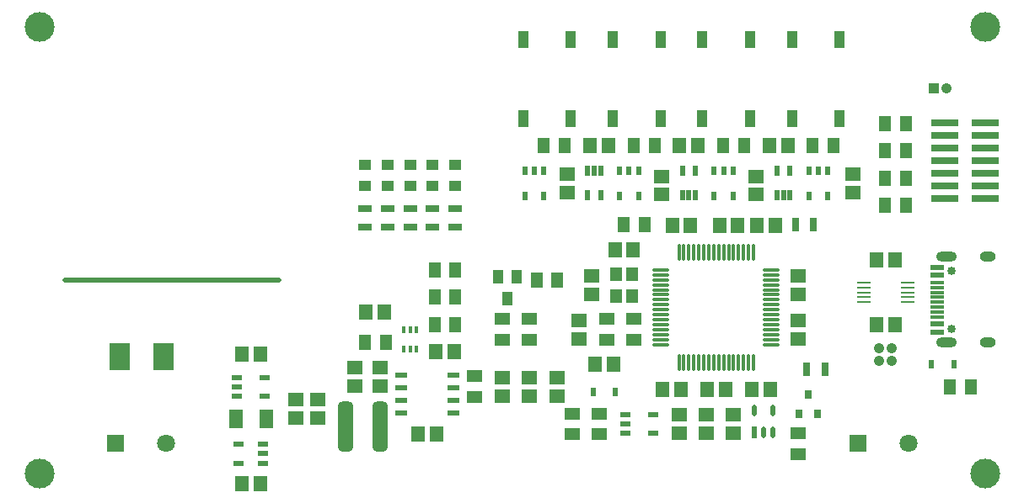
<source format=gbr>
%TF.GenerationSoftware,Altium Limited,Altium Designer,21.0.9 (235)*%
G04 Layer_Color=255*
%FSLAX45Y45*%
%MOMM*%
%TF.SameCoordinates,23D9C264-9E25-4532-ABEF-1D24AEF7D3CB*%
%TF.FilePolarity,Positive*%
%TF.FileFunction,Pads,Top*%
%TF.Part,Single*%
G01*
G75*
%TA.AperFunction,SMDPad,CuDef*%
G04:AMPARAMS|DCode=10|XSize=1.3mm|YSize=0.76mm|CornerRadius=0.095mm|HoleSize=0mm|Usage=FLASHONLY|Rotation=270.000|XOffset=0mm|YOffset=0mm|HoleType=Round|Shape=RoundedRectangle|*
%AMROUNDEDRECTD10*
21,1,1.30000,0.57000,0,0,270.0*
21,1,1.11000,0.76000,0,0,270.0*
1,1,0.19000,-0.28500,-0.55500*
1,1,0.19000,-0.28500,0.55500*
1,1,0.19000,0.28500,0.55500*
1,1,0.19000,0.28500,-0.55500*
%
%ADD10ROUNDEDRECTD10*%
%ADD11R,2.79000X0.74000*%
%ADD12R,1.05000X0.60000*%
%ADD13R,1.50000X1.45000*%
%ADD14R,1.20000X1.50000*%
%ADD15R,1.10000X1.80000*%
%ADD16R,1.50000X1.20000*%
%ADD17R,0.63000X0.83000*%
%ADD18R,2.15900X2.74300*%
%ADD19R,1.20000X1.10000*%
G04:AMPARAMS|DCode=20|XSize=1.3mm|YSize=0.76mm|CornerRadius=0.095mm|HoleSize=0mm|Usage=FLASHONLY|Rotation=180.000|XOffset=0mm|YOffset=0mm|HoleType=Round|Shape=RoundedRectangle|*
%AMROUNDEDRECTD20*
21,1,1.30000,0.57000,0,0,180.0*
21,1,1.11000,0.76000,0,0,180.0*
1,1,0.19000,-0.55500,0.28500*
1,1,0.19000,0.55500,0.28500*
1,1,0.19000,0.55500,-0.28500*
1,1,0.19000,-0.55500,-0.28500*
%
%ADD20ROUNDEDRECTD20*%
G04:AMPARAMS|DCode=21|XSize=0.55mm|YSize=0.8mm|CornerRadius=0.0495mm|HoleSize=0mm|Usage=FLASHONLY|Rotation=0.000|XOffset=0mm|YOffset=0mm|HoleType=Round|Shape=RoundedRectangle|*
%AMROUNDEDRECTD21*
21,1,0.55000,0.70100,0,0,0.0*
21,1,0.45100,0.80000,0,0,0.0*
1,1,0.09900,0.22550,-0.35050*
1,1,0.09900,-0.22550,-0.35050*
1,1,0.09900,-0.22550,0.35050*
1,1,0.09900,0.22550,0.35050*
%
%ADD21ROUNDEDRECTD21*%
G04:AMPARAMS|DCode=22|XSize=0.45mm|YSize=1.05mm|CornerRadius=0.0495mm|HoleSize=0mm|Usage=FLASHONLY|Rotation=180.000|XOffset=0mm|YOffset=0mm|HoleType=Round|Shape=RoundedRectangle|*
%AMROUNDEDRECTD22*
21,1,0.45000,0.95100,0,0,180.0*
21,1,0.35100,1.05000,0,0,180.0*
1,1,0.09900,-0.17550,0.47550*
1,1,0.09900,0.17550,0.47550*
1,1,0.09900,0.17550,-0.47550*
1,1,0.09900,-0.17550,-0.47550*
%
%ADD22ROUNDEDRECTD22*%
%ADD23R,1.45000X1.50000*%
%ADD24R,0.80000X0.90000*%
G04:AMPARAMS|DCode=25|XSize=1.15564mm|YSize=0.52981mm|CornerRadius=0.2649mm|HoleSize=0mm|Usage=FLASHONLY|Rotation=90.000|XOffset=0mm|YOffset=0mm|HoleType=Round|Shape=RoundedRectangle|*
%AMROUNDEDRECTD25*
21,1,1.15564,0.00000,0,0,90.0*
21,1,0.62584,0.52981,0,0,90.0*
1,1,0.52980,0.00000,0.31292*
1,1,0.52980,0.00000,-0.31292*
1,1,0.52980,0.00000,-0.31292*
1,1,0.52980,0.00000,0.31292*
%
%ADD25ROUNDEDRECTD25*%
%ADD26R,0.52981X1.15564*%
%ADD27R,1.00000X1.40000*%
%ADD28R,0.40000X0.65000*%
%ADD29R,1.00000X0.60000*%
%ADD30R,1.35000X1.85000*%
%ADD31O,0.30000X1.80000*%
%ADD32O,1.80000X0.30000*%
%TA.AperFunction,ConnectorPad*%
%ADD33R,1.45000X0.60000*%
%ADD34R,1.45000X0.30000*%
%TA.AperFunction,SMDPad,CuDef*%
G04:AMPARAMS|DCode=35|XSize=1.5mm|YSize=5mm|CornerRadius=0.375mm|HoleSize=0mm|Usage=FLASHONLY|Rotation=180.000|XOffset=0mm|YOffset=0mm|HoleType=Round|Shape=RoundedRectangle|*
%AMROUNDEDRECTD35*
21,1,1.50000,4.25000,0,0,180.0*
21,1,0.75000,5.00000,0,0,180.0*
1,1,0.75000,-0.37500,2.12500*
1,1,0.75000,0.37500,2.12500*
1,1,0.75000,0.37500,-2.12500*
1,1,0.75000,-0.37500,-2.12500*
%
%ADD35ROUNDEDRECTD35*%
%ADD36R,1.20000X1.40000*%
%ADD37O,1.40000X0.25000*%
G04:AMPARAMS|DCode=38|XSize=0.55mm|YSize=1.25mm|CornerRadius=0.0495mm|HoleSize=0mm|Usage=FLASHONLY|Rotation=270.000|XOffset=0mm|YOffset=0mm|HoleType=Round|Shape=RoundedRectangle|*
%AMROUNDEDRECTD38*
21,1,0.55000,1.15100,0,0,270.0*
21,1,0.45100,1.25000,0,0,270.0*
1,1,0.09900,-0.57550,-0.22550*
1,1,0.09900,-0.57550,0.22550*
1,1,0.09900,0.57550,0.22550*
1,1,0.09900,0.57550,-0.22550*
%
%ADD38ROUNDEDRECTD38*%
%TA.AperFunction,ComponentPad*%
%ADD46C,1.05000*%
%ADD47R,1.05000X1.05000*%
%ADD48R,1.80000X1.80000*%
%TA.AperFunction,ViaPad*%
%ADD49C,3.00000*%
%TA.AperFunction,ComponentPad*%
%ADD50O,1.60000X1.00000*%
%ADD51O,2.10000X1.00000*%
%ADD52C,0.85000*%
%ADD53C,1.80000*%
%ADD54O,22.00000X0.50000*%
D10*
X8140000Y1300000D02*
D03*
X7961000D02*
D03*
X7843420Y2755100D02*
D03*
X8022420D02*
D03*
D11*
X9346500Y3654000D02*
D03*
X9753500D02*
D03*
X9346500Y3781000D02*
D03*
X9753500D02*
D03*
X9346500Y3400000D02*
D03*
X9753500D02*
D03*
X9346500Y3527000D02*
D03*
X9753500D02*
D03*
X9346500Y3146000D02*
D03*
X9753500D02*
D03*
X9346500Y3273000D02*
D03*
X9753500D02*
D03*
X9346500Y3019000D02*
D03*
X9753500D02*
D03*
D12*
X2512500Y1220000D02*
D03*
Y1030000D02*
D03*
X2237500D02*
D03*
Y1125000D02*
D03*
Y1220000D02*
D03*
X6412500Y845000D02*
D03*
Y655000D02*
D03*
X6137500D02*
D03*
Y750000D02*
D03*
Y845000D02*
D03*
D13*
X6500000Y3057500D02*
D03*
Y3242500D02*
D03*
X7450000Y3057500D02*
D03*
Y3242500D02*
D03*
X8425000Y3082500D02*
D03*
Y3267500D02*
D03*
X3417339Y1131780D02*
D03*
Y1316780D02*
D03*
X5550000Y3267500D02*
D03*
Y3082500D02*
D03*
X7875000Y1792500D02*
D03*
Y1607500D02*
D03*
Y2057500D02*
D03*
Y2242500D02*
D03*
X5800000D02*
D03*
Y2057500D02*
D03*
X5675000Y1792500D02*
D03*
Y1607500D02*
D03*
X6950000Y842500D02*
D03*
Y657500D02*
D03*
X7225000D02*
D03*
Y842500D02*
D03*
X6675000D02*
D03*
Y657500D02*
D03*
X5450000Y1217500D02*
D03*
Y1032500D02*
D03*
X5175000Y1217500D02*
D03*
Y1032500D02*
D03*
X4900000Y1217500D02*
D03*
Y1032500D02*
D03*
X3675000Y1317500D02*
D03*
Y1132500D02*
D03*
X3050000Y992500D02*
D03*
Y807500D02*
D03*
X2825000Y992500D02*
D03*
Y807500D02*
D03*
D14*
X5320000Y3550000D02*
D03*
X5530000D02*
D03*
X9605000Y1125000D02*
D03*
X9395000D02*
D03*
X8230000Y3550000D02*
D03*
X8020000D02*
D03*
X7330000D02*
D03*
X7120000D02*
D03*
X6430000D02*
D03*
X6220000D02*
D03*
X6122280Y2755120D02*
D03*
X6332280D02*
D03*
X8745000Y2950000D02*
D03*
X8955000D02*
D03*
X8745000Y3225000D02*
D03*
X8955000D02*
D03*
X8745000Y3500000D02*
D03*
X8955000D02*
D03*
X8745000Y3775000D02*
D03*
X8955000D02*
D03*
X5245000Y2200000D02*
D03*
X5455000D02*
D03*
X4430000Y2300000D02*
D03*
X4220000D02*
D03*
X4430000Y2025000D02*
D03*
X4220000D02*
D03*
Y1750000D02*
D03*
X4430000D02*
D03*
X3520000Y1575000D02*
D03*
X3730000D02*
D03*
D15*
X5109501Y4620099D02*
D03*
X5589500D02*
D03*
X5109500Y3820100D02*
D03*
X5589500Y3820101D02*
D03*
X6909501Y4620099D02*
D03*
X7389500D02*
D03*
X6909500Y3820100D02*
D03*
X7389500Y3820101D02*
D03*
X7809501Y4620099D02*
D03*
X8289500D02*
D03*
X7809500Y3820100D02*
D03*
X8289500Y3820101D02*
D03*
X6009501Y4620099D02*
D03*
X6489500D02*
D03*
X6009500Y3820100D02*
D03*
X6489500Y3820101D02*
D03*
D16*
X5175000Y1595000D02*
D03*
Y1805000D02*
D03*
X4625000Y1230000D02*
D03*
Y1020000D02*
D03*
X5950000Y1595000D02*
D03*
Y1805000D02*
D03*
X6225000Y1595000D02*
D03*
Y1805000D02*
D03*
X7875000Y445000D02*
D03*
Y655000D02*
D03*
X5875000Y855000D02*
D03*
Y645000D02*
D03*
X5600000D02*
D03*
Y855000D02*
D03*
X4900000Y1805000D02*
D03*
Y1595000D02*
D03*
D17*
X5813500Y1075000D02*
D03*
X6036500D02*
D03*
X9213500Y1350000D02*
D03*
X9436500D02*
D03*
D18*
X1054000Y1425000D02*
D03*
X1496000D02*
D03*
D19*
X4425000Y3355000D02*
D03*
Y3145000D02*
D03*
X4200000Y3355000D02*
D03*
Y3145000D02*
D03*
X3975000Y3355000D02*
D03*
Y3145000D02*
D03*
X3749976Y3354999D02*
D03*
Y3144999D02*
D03*
X3525000Y3355000D02*
D03*
Y3145000D02*
D03*
D20*
X4425000Y2735000D02*
D03*
Y2914000D02*
D03*
X3975000Y2735000D02*
D03*
Y2914000D02*
D03*
X4200000Y2735000D02*
D03*
Y2914000D02*
D03*
X3750000Y2735000D02*
D03*
Y2914000D02*
D03*
X3525000Y2735000D02*
D03*
Y2914000D02*
D03*
D21*
X8170000Y3047500D02*
D03*
X7980000D02*
D03*
Y3302500D02*
D03*
X8075000D02*
D03*
X8170000D02*
D03*
X7220000Y3047500D02*
D03*
X7030000D02*
D03*
Y3302500D02*
D03*
X7125000D02*
D03*
X7220000D02*
D03*
X6270000Y3047500D02*
D03*
X6080000D02*
D03*
Y3302500D02*
D03*
X6175000D02*
D03*
X6270000D02*
D03*
X5130000Y3047500D02*
D03*
X5320000Y3302500D02*
D03*
X5225000D02*
D03*
X5130000D02*
D03*
X5320000Y3047500D02*
D03*
D22*
X7660000Y3297500D02*
D03*
X7790000D02*
D03*
Y3052500D02*
D03*
X7725000D02*
D03*
X7660000D02*
D03*
X6710000Y3297500D02*
D03*
X6840000D02*
D03*
Y3052500D02*
D03*
X6775000D02*
D03*
X6710000D02*
D03*
X5890000Y3052500D02*
D03*
X5760000D02*
D03*
Y3297500D02*
D03*
X5825000D02*
D03*
X5890000D02*
D03*
D23*
X7582500Y3550000D02*
D03*
X7767500D02*
D03*
X6682500D02*
D03*
X6867500D02*
D03*
X5782500D02*
D03*
X5967500D02*
D03*
X7457500Y2750000D02*
D03*
X7642500D02*
D03*
X7267500D02*
D03*
X7082500D02*
D03*
X6792500D02*
D03*
X6607500D02*
D03*
X6217500Y2500000D02*
D03*
X6032500D02*
D03*
X5832500Y1350000D02*
D03*
X6017500D02*
D03*
X8657500Y2400000D02*
D03*
X8842500D02*
D03*
Y1750000D02*
D03*
X8657500D02*
D03*
X7592500Y1100000D02*
D03*
X7407500D02*
D03*
X7142500D02*
D03*
X6957500D02*
D03*
X6507500D02*
D03*
X6692500D02*
D03*
X4232500Y1475000D02*
D03*
X4417500D02*
D03*
X4242500Y650000D02*
D03*
X4057500D02*
D03*
X3532500Y1875000D02*
D03*
X3717500D02*
D03*
X2467500Y150000D02*
D03*
X2282500D02*
D03*
Y1450000D02*
D03*
X2467500D02*
D03*
D24*
X7880000Y850000D02*
D03*
X8070000D02*
D03*
X7975000Y1050000D02*
D03*
D25*
X7430000Y882528D02*
D03*
X7620000D02*
D03*
Y667472D02*
D03*
X7525000D02*
D03*
D26*
X7430000D02*
D03*
D27*
X4855000Y2235000D02*
D03*
X4950000Y2015000D02*
D03*
X5045000Y2235000D02*
D03*
D28*
X4040000Y1505000D02*
D03*
X3975000D02*
D03*
X3910000D02*
D03*
Y1695000D02*
D03*
X3975000D02*
D03*
X4040000D02*
D03*
D29*
X2495000Y355000D02*
D03*
Y450000D02*
D03*
Y545000D02*
D03*
X2255000D02*
D03*
Y355000D02*
D03*
D30*
X2527500Y800000D02*
D03*
X2222500D02*
D03*
D31*
X6825000Y1370000D02*
D03*
X6875000D02*
D03*
X6925000D02*
D03*
X6975000D02*
D03*
X7125000D02*
D03*
X7175000D02*
D03*
X7225000D02*
D03*
X6775000Y2480000D02*
D03*
X7275000Y1370000D02*
D03*
X7025000D02*
D03*
X7075000D02*
D03*
X6675000D02*
D03*
X6725000D02*
D03*
X6775000D02*
D03*
X7325000D02*
D03*
X7375000D02*
D03*
X7425000D02*
D03*
Y2480000D02*
D03*
X7375000D02*
D03*
X7325000D02*
D03*
X7275000D02*
D03*
X7225000D02*
D03*
X7175000D02*
D03*
X7125000D02*
D03*
X7075000D02*
D03*
X7025000D02*
D03*
X6975000D02*
D03*
X6925000D02*
D03*
X6875000D02*
D03*
X6825000D02*
D03*
X6725000D02*
D03*
X6675000D02*
D03*
D32*
X7605000Y1950000D02*
D03*
Y2000000D02*
D03*
Y2050000D02*
D03*
Y2100000D02*
D03*
Y2150000D02*
D03*
Y1550000D02*
D03*
Y1600000D02*
D03*
Y1650000D02*
D03*
Y1700000D02*
D03*
X6495000Y1950000D02*
D03*
Y1850000D02*
D03*
X7605000Y1750000D02*
D03*
Y1800000D02*
D03*
Y1850000D02*
D03*
Y1900000D02*
D03*
X6495000Y2250000D02*
D03*
Y2200000D02*
D03*
Y2150000D02*
D03*
Y2300000D02*
D03*
Y2100000D02*
D03*
Y2050000D02*
D03*
Y2000000D02*
D03*
Y1900000D02*
D03*
Y1800000D02*
D03*
Y1750000D02*
D03*
Y1700000D02*
D03*
Y1650000D02*
D03*
Y1600000D02*
D03*
Y1550000D02*
D03*
X7605000Y2200000D02*
D03*
Y2250000D02*
D03*
Y2300000D02*
D03*
D33*
X9272500Y1755000D02*
D03*
Y1675000D02*
D03*
Y2245000D02*
D03*
Y2325000D02*
D03*
D34*
Y1925000D02*
D03*
Y1875000D02*
D03*
Y1825000D02*
D03*
Y2075000D02*
D03*
Y2125000D02*
D03*
Y2175000D02*
D03*
Y2025000D02*
D03*
Y1975000D02*
D03*
D35*
X3675001Y725000D02*
D03*
X3325000D02*
D03*
D36*
X6205000Y2040000D02*
D03*
Y2260000D02*
D03*
X6045000Y2040000D02*
D03*
Y2260000D02*
D03*
D37*
X8970000Y1975000D02*
D03*
Y2025000D02*
D03*
Y2075000D02*
D03*
Y2125000D02*
D03*
Y2175000D02*
D03*
X8530000Y1975000D02*
D03*
Y2025000D02*
D03*
Y2075000D02*
D03*
Y2125000D02*
D03*
Y2175000D02*
D03*
D38*
X3887500Y1240500D02*
D03*
Y1113500D02*
D03*
Y986500D02*
D03*
Y859500D02*
D03*
X4412500Y1240500D02*
D03*
Y1113500D02*
D03*
Y986500D02*
D03*
Y859500D02*
D03*
D46*
X8686500Y1513500D02*
D03*
X8813500D02*
D03*
X8686500Y1386500D02*
D03*
X8813500D02*
D03*
X9363500Y4125000D02*
D03*
D47*
X9236500D02*
D03*
D48*
X8476000Y558800D02*
D03*
X1016000D02*
D03*
D49*
X250000Y250000D02*
D03*
X9750000D02*
D03*
Y4750000D02*
D03*
X250000D02*
D03*
D50*
X9782000Y1568000D02*
D03*
Y2432000D02*
D03*
D51*
X9364000D02*
D03*
Y1568000D02*
D03*
D52*
X9417000Y2289000D02*
D03*
Y1711000D02*
D03*
D53*
X8984000Y558800D02*
D03*
X1524000D02*
D03*
D54*
X1584500Y2197600D02*
D03*
%TF.MD5,b13207eb6f69307023400192d8acc9fd*%
M02*

</source>
